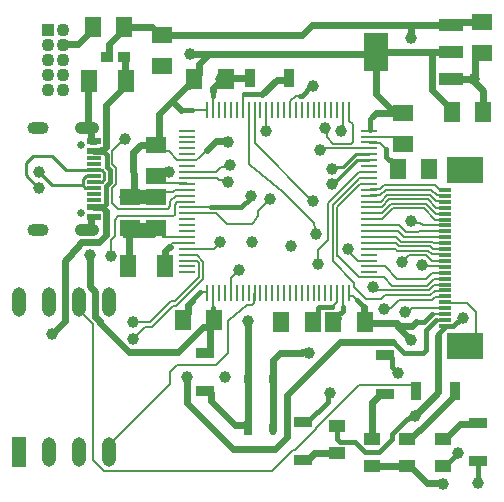
<source format=gtl>
G04*
G04 #@! TF.GenerationSoftware,Altium Limited,Altium Designer,22.5.1 (42)*
G04*
G04 Layer_Physical_Order=1*
G04 Layer_Color=255*
%FSLAX44Y44*%
%MOMM*%
G71*
G04*
G04 #@! TF.SameCoordinates,0A4DFAF1-6218-4570-9C88-57A128791E20*
G04*
G04*
G04 #@! TF.FilePolarity,Positive*
G04*
G01*
G75*
%ADD10C,0.2500*%
%ADD11C,0.2000*%
%ADD16C,0.2540*%
%ADD19O,0.6500X1.2500*%
%ADD20R,0.6500X1.2500*%
%ADD21R,1.6500X0.9000*%
%ADD22R,1.1500X0.6000*%
%ADD23R,1.1500X0.3000*%
%ADD24R,1.8200X1.4400*%
%ADD25R,0.9000X1.6500*%
%ADD26R,1.4000X1.0000*%
%ADD27R,1.1000X0.3000*%
%ADD28R,3.1000X2.3000*%
G04:AMPARAMS|DCode=29|XSize=3.25mm|YSize=2.05mm|CornerRadius=0.0513mm|HoleSize=0mm|Usage=FLASHONLY|Rotation=270.000|XOffset=0mm|YOffset=0mm|HoleType=Round|Shape=RoundedRectangle|*
%AMROUNDEDRECTD29*
21,1,3.2500,1.9475,0,0,270.0*
21,1,3.1475,2.0500,0,0,270.0*
1,1,0.1025,-0.9738,-1.5738*
1,1,0.1025,-0.9738,1.5738*
1,1,0.1025,0.9738,1.5738*
1,1,0.1025,0.9738,-1.5738*
%
%ADD29ROUNDEDRECTD29*%
G04:AMPARAMS|DCode=30|XSize=1mm|YSize=2.05mm|CornerRadius=0.05mm|HoleSize=0mm|Usage=FLASHONLY|Rotation=270.000|XOffset=0mm|YOffset=0mm|HoleType=Round|Shape=RoundedRectangle|*
%AMROUNDEDRECTD30*
21,1,1.0000,1.9500,0,0,270.0*
21,1,0.9000,2.0500,0,0,270.0*
1,1,0.1000,-0.9750,-0.4500*
1,1,0.1000,-0.9750,0.4500*
1,1,0.1000,0.9750,0.4500*
1,1,0.1000,0.9750,-0.4500*
%
%ADD30ROUNDEDRECTD30*%
%ADD31R,1.3500X1.9000*%
%ADD32R,1.4400X1.8200*%
%ADD33R,1.0000X0.9700*%
%ADD49C,0.6500*%
G04:AMPARAMS|DCode=50|XSize=1mm|YSize=2.1mm|CornerRadius=0.5mm|HoleSize=0mm|Usage=FLASHONLY|Rotation=270.000|XOffset=0mm|YOffset=0mm|HoleType=Round|Shape=RoundedRectangle|*
%AMROUNDEDRECTD50*
21,1,1.0000,1.1000,0,0,270.0*
21,1,0.0000,2.1000,0,0,270.0*
1,1,1.0000,-0.5500,0.0000*
1,1,1.0000,-0.5500,0.0000*
1,1,1.0000,0.5500,0.0000*
1,1,1.0000,0.5500,0.0000*
%
%ADD50ROUNDEDRECTD50*%
G04:AMPARAMS|DCode=51|XSize=1mm|YSize=1.8mm|CornerRadius=0.5mm|HoleSize=0mm|Usage=FLASHONLY|Rotation=270.000|XOffset=0mm|YOffset=0mm|HoleType=Round|Shape=RoundedRectangle|*
%AMROUNDEDRECTD51*
21,1,1.0000,0.8000,0,0,270.0*
21,1,0.0000,1.8000,0,0,270.0*
1,1,1.0000,-0.4000,0.0000*
1,1,1.0000,-0.4000,0.0000*
1,1,1.0000,0.4000,0.0000*
1,1,1.0000,0.4000,0.0000*
%
%ADD51ROUNDEDRECTD51*%
%ADD57R,1.4732X0.2794*%
%ADD58R,0.2794X1.4732*%
%ADD59C,0.2607*%
%ADD60C,0.6000*%
%ADD61C,0.4000*%
%ADD62R,1.2000X2.5000*%
%ADD63O,1.2000X2.5000*%
%ADD64R,1.1000X1.1000*%
%ADD65C,1.1000*%
%ADD66C,1.0000*%
G36*
X131706Y231230D02*
X129838Y230859D01*
X128006Y229634D01*
X126781Y227802D01*
X126351Y225640D01*
X126781Y223478D01*
X128006Y221646D01*
X128882Y220770D01*
X128356Y219500D01*
X101000D01*
Y232500D01*
X131581D01*
X131706Y231230D01*
D02*
G37*
G36*
X128022Y258486D02*
X126448Y256912D01*
X125665Y255741D01*
X125391Y254360D01*
X125665Y252979D01*
X126448Y251808D01*
X127619Y251025D01*
X129000Y250751D01*
X130381Y251025D01*
X131552Y251808D01*
X134695Y254951D01*
X137000D01*
Y247969D01*
X110260D01*
X110062Y248215D01*
X110321Y249916D01*
X110994Y250366D01*
X114249Y253620D01*
X114249Y253620D01*
X115473Y255453D01*
X115903Y257615D01*
X115903Y257615D01*
Y259659D01*
X127535D01*
X128022Y258486D01*
D02*
G37*
D10*
X366473Y150126D02*
X366508Y150091D01*
X373630D02*
X373721Y150000D01*
X366508Y150091D02*
X373630D01*
D11*
X312753Y186087D02*
G03*
X312715Y186087I114J-21461D01*
G01*
X190586Y150003D02*
G03*
X190586Y150002I1414J-1415D01*
G01*
X92000Y293292D02*
X101708Y303000D01*
X103000D01*
X92000Y281870D02*
Y293292D01*
X334620Y166620D02*
X362620D01*
X322000Y159000D02*
X323157Y160157D01*
X328157D01*
X334620Y166620D01*
X292000Y208000D02*
X299716Y200284D01*
X292000Y208000D02*
Y210000D01*
X282489Y204510D02*
X283075Y203925D01*
X300985Y186015D02*
X302642Y186015D01*
X283075Y203925D02*
X300985Y186015D01*
X278689Y246750D02*
X279013Y247486D01*
X282489Y204510D02*
Y244790D01*
X283213Y246504D01*
X278689Y199601D02*
Y246750D01*
X302642Y186015D02*
X312715Y186087D01*
X278689Y199601D02*
X296697Y181594D01*
X320000Y168000D02*
X322849Y170849D01*
X323170D01*
X296697Y178303D02*
X307000Y168000D01*
X320000D01*
X323170Y170849D02*
X324996Y170849D01*
X361475D01*
X321757Y186087D02*
X329044Y178800D01*
X358678D01*
X312753Y186087D02*
X321757D01*
X358678Y178800D02*
X364178Y184300D01*
X296697Y178303D02*
Y181594D01*
X312776Y177547D02*
X314375D01*
X316922Y175000D01*
X296000Y170000D02*
X299000Y167000D01*
X292500Y170397D02*
X292897Y170000D01*
X292500Y170397D02*
Y173068D01*
X292897Y170000D02*
X296000D01*
X169250Y184876D02*
Y199415D01*
X124006Y148000D02*
X142006Y166000D01*
X146274Y161900D02*
X169250Y184876D01*
X120200Y144200D02*
X125580D01*
X143280Y161900D02*
X146274D01*
X110000Y134000D02*
X120200Y144200D01*
X125580D02*
X143280Y161900D01*
X110000Y148000D02*
X124006D01*
X90734Y204024D02*
Y217708D01*
X90710Y204000D02*
X90734Y204024D01*
Y217708D02*
X94000Y220975D01*
Y234900D01*
X92000Y261888D02*
X95103Y264991D01*
X92000Y281870D02*
X95103Y278766D01*
Y264991D02*
Y278766D01*
X92000Y249100D02*
X96740Y244360D01*
X92000Y249100D02*
Y261888D01*
X132360Y275000D02*
X140378D01*
X129000Y271640D02*
X132360Y275000D01*
X129000Y271640D02*
X134959Y265681D01*
X154887D01*
X155284Y265284D01*
X129000Y298360D02*
X134443Y292917D01*
X139928D01*
X147164Y285681D01*
X154887D01*
X155284Y285284D01*
X96740Y244360D02*
X139260D01*
X141200Y246300D01*
Y250795D01*
X145689Y255284D01*
X155284D01*
X154887Y249887D02*
X155284Y250284D01*
X147164Y249887D02*
X154887D01*
X145000Y247723D02*
X147164Y249887D01*
X145000Y238812D02*
Y247723D01*
X143828Y237640D02*
X145000Y238812D01*
X96740Y237640D02*
X143828D01*
X94000Y234900D02*
X96740Y237640D01*
X294339Y299084D02*
X295511Y300256D01*
X273461Y304539D02*
X278916Y299084D01*
X295511Y300256D02*
Y315489D01*
X278916Y299084D02*
X294339D01*
X276804Y295284D02*
X309716D01*
X276658Y295430D02*
X276804Y295284D01*
X273461Y304539D02*
Y311616D01*
X272539Y312539D02*
X273461Y311616D01*
X292500Y327500D02*
X292503Y327497D01*
Y318497D02*
Y327497D01*
Y318497D02*
X295511Y315489D01*
X287500Y311500D02*
Y327500D01*
X286039Y310039D02*
X287500Y311500D01*
X273047Y295430D02*
X276658D01*
X268000Y294000D02*
X271940Y295326D01*
X272250Y295430D01*
X273047Y295430D01*
X207500Y282328D02*
Y327500D01*
X184173Y279469D02*
X190469D01*
X208672Y281157D02*
X236726Y258274D01*
X207500Y282328D02*
X208672Y281157D01*
X190469Y279469D02*
X192000Y281000D01*
X222188Y327188D02*
X222500Y327500D01*
X222188Y310122D02*
Y327188D01*
X221877Y309810D02*
X222188Y310122D01*
X300022Y268687D02*
X300022D01*
X298448Y272487D02*
X300848Y274887D01*
X301596Y264887D02*
X309319D01*
X279013Y247486D02*
X279413Y248078D01*
X300022Y268687D01*
X275613Y249652D02*
X298448Y272487D01*
X283213Y246504D02*
X301596Y264887D01*
X300022Y268687D02*
X301222Y269887D01*
X274890Y248324D02*
X275613Y249652D01*
X215683Y237932D02*
X215698Y237948D01*
Y242020D02*
X226000Y252322D01*
X215698Y237948D02*
Y242020D01*
X182304Y268531D02*
X188469D01*
X180551Y270284D02*
X182304Y268531D01*
X188469D02*
X190000Y267000D01*
X155284Y270284D02*
X180551D01*
X179988Y275284D02*
X184173Y279469D01*
X322716Y195284D02*
X333000Y185000D01*
X358000D02*
X363000Y190000D01*
X333000Y185000D02*
X358000D01*
X363000Y190000D02*
X373721D01*
X309716Y195284D02*
X322716D01*
X299716Y200284D02*
X309716D01*
X343000Y205000D02*
X358000D01*
X337000Y199000D02*
X343000Y205000D01*
X316922Y175000D02*
X360252D01*
X368049Y184300D02*
X368249Y184500D01*
X373221D01*
X364178Y184300D02*
X368049D01*
X373221Y184500D02*
X373721Y185000D01*
X361475Y170849D02*
X364926Y174300D01*
X368049Y179300D02*
X368249Y179500D01*
X373221D01*
X373721Y180000D01*
X360252Y175000D02*
X364552Y179300D01*
X368049D01*
X362620Y166620D02*
X365500Y169500D01*
X364926Y174300D02*
X368049D01*
X368249Y174500D01*
X373221D01*
X373721Y175000D01*
X365500Y169500D02*
X373221D01*
X340000Y157110D02*
X342895D01*
X345785Y160000D01*
X373221Y169500D02*
X373721Y170000D01*
X345785Y160000D02*
X373721D01*
X363000Y155050D02*
X363050Y155000D01*
X373721D01*
X354960Y195500D02*
X373221D01*
X354000Y196460D02*
X354960Y195500D01*
X373221D02*
X373721Y195000D01*
X363000Y200000D02*
X373721D01*
X358000Y205000D02*
X363000Y200000D01*
X309716Y210284D02*
X331968D01*
X361386Y212600D02*
X363987Y210000D01*
X359813Y208800D02*
X362912Y205700D01*
X336600Y216400D02*
X362961D01*
X332716Y220284D02*
X336600Y216400D01*
X335026Y212600D02*
X361386D01*
X333452Y208800D02*
X359813D01*
X332342Y215284D02*
X335026Y212600D01*
X331968Y210284D02*
X333452Y208800D01*
X362961Y216400D02*
X364361Y215000D01*
X350736Y224110D02*
X351626Y225000D01*
X345000Y234000D02*
X347047Y231953D01*
X351626Y225000D02*
X373721D01*
X334716Y230284D02*
X340890Y224110D01*
X350736D01*
X373411Y220310D02*
X373721Y220000D01*
X338690Y220310D02*
X373411D01*
X362912Y205700D02*
X368049D01*
X368249Y205500D02*
X373221D01*
X373721Y205000D01*
X368049Y205700D02*
X368249Y205500D01*
X309716Y215284D02*
X332342D01*
X309716Y225284D02*
X333716D01*
X309716Y220284D02*
X332716D01*
X333716Y225284D02*
X338690Y220310D01*
X347047Y231953D02*
X352943D01*
X309716Y230284D02*
X334716D01*
X352943Y231953D02*
X354895Y230000D01*
X363987Y210000D02*
X373721D01*
X364361Y215000D02*
X373721D01*
X365452Y235000D02*
X373721D01*
X355852Y244600D02*
X365452Y235000D01*
X330000Y244600D02*
X355852D01*
X309716Y235284D02*
X320684D01*
X330000Y244600D01*
X354895Y230000D02*
X373721D01*
X365826Y240000D02*
X373721D01*
X357426Y248400D02*
X365826Y240000D01*
X320284Y240284D02*
X328400Y248400D01*
X357426D01*
X309716Y240284D02*
X320284D01*
X366200Y245000D02*
X373721D01*
X359000Y252200D02*
X366200Y245000D01*
X326574Y252200D02*
X359000D01*
X320055Y245681D02*
X326574Y252200D01*
X309716Y245284D02*
X310113Y245681D01*
X320055D01*
X373221Y250500D02*
X373721Y250000D01*
X366326Y250500D02*
X373221D01*
X360826Y256000D02*
X366326Y250500D01*
X325000Y256000D02*
X360826D01*
X319284Y250284D02*
X325000Y256000D01*
X309716Y250284D02*
X319284D01*
X322000Y264000D02*
X365721D01*
X319055Y255681D02*
X323574Y260200D01*
X318681Y260681D02*
X322000Y264000D01*
X310113Y255681D02*
X319055D01*
X323574Y260200D02*
X362000D01*
X310113Y260681D02*
X318681D01*
X362000Y260200D02*
X366700Y255500D01*
X373221D02*
X373721Y255000D01*
X366700Y255500D02*
X373221D01*
X309716Y255284D02*
X310113Y255681D01*
X365721Y264000D02*
X369721Y260000D01*
X373721D01*
X309716Y260284D02*
X310113Y260681D01*
X266000Y209000D02*
X274890Y217889D01*
X266000Y197000D02*
Y209000D01*
X192500Y185500D02*
X199000Y192000D01*
X192500Y173068D02*
Y185500D01*
X274890Y217889D02*
Y248324D01*
X301222Y269887D02*
X309319D01*
X300848Y274887D02*
X309319D01*
X263029Y231971D02*
X264790Y222803D01*
X237312Y257688D02*
X263029Y231971D01*
X144918Y259887D02*
X154887D01*
X129000Y254360D02*
X133200Y258560D01*
X143591D01*
X144918Y259887D01*
X212500Y299500D02*
Y327500D01*
X143284Y215284D02*
X155284D01*
X142000Y214000D02*
X143284Y215284D01*
X316129Y304840D02*
X332046D01*
X338210Y298676D01*
X160000Y328000D02*
X172103D01*
X177500Y327500D02*
Y339500D01*
X155284Y275284D02*
X179988D01*
X155284Y245284D02*
X175716D01*
X155284Y210284D02*
X178133D01*
X183640Y215791D01*
Y216000D01*
X177500Y160500D02*
Y173068D01*
X282103Y164948D02*
Y172671D01*
X282500Y173068D01*
X242897Y327897D02*
Y335620D01*
X247277Y340000D01*
X251000D01*
X135047Y220284D02*
X155284D01*
X129000Y227640D02*
X135047Y221593D01*
Y220284D02*
Y221593D01*
X212103Y172671D02*
X212500Y173068D01*
X212103Y167949D02*
Y172671D01*
X287103Y160897D02*
Y172671D01*
X287500Y173068D01*
X166000Y174000D02*
X172103D01*
X319113Y299887D02*
X324000Y295000D01*
X309716Y305284D02*
X315685D01*
X316129Y304840D01*
X163778Y204887D02*
X169250Y199415D01*
X155681Y204887D02*
X163778D01*
X155284Y205284D02*
X155681Y204887D01*
X154887Y259887D02*
X155284Y260284D01*
X309319Y269887D02*
X309716Y270284D01*
X142006Y166000D02*
X145000D01*
X165450Y186450D01*
Y197841D01*
X163404Y199887D02*
X165450Y197841D01*
X155681Y199887D02*
X163404D01*
X155284Y200284D02*
X155681Y199887D01*
X172103Y328000D02*
X172500Y327603D01*
Y327500D02*
Y327603D01*
X309319Y274887D02*
X309716Y275284D01*
X309319Y264887D02*
X309716Y265284D01*
X242500Y327500D02*
X242897Y327897D01*
X202500Y327500D02*
Y339500D01*
X204000Y341000D01*
X172103Y174000D02*
X172500Y173603D01*
Y173068D02*
Y173603D01*
X309716Y300284D02*
X310113Y299887D01*
X319113D01*
X309716Y310284D02*
X310000Y310568D01*
X165186Y287463D02*
X172000Y293606D01*
X163810Y286087D02*
X165186Y287463D01*
X163659Y286087D02*
X163810D01*
X162769Y285284D02*
X163659Y286087D01*
X155284Y285284D02*
X162769D01*
X210824Y231778D02*
X215683Y237932D01*
X210181Y231135D02*
X210824Y231778D01*
X210146Y231110D02*
X210181Y231135D01*
X188890Y231110D02*
X210146D01*
X188305Y231695D02*
X188890Y231110D01*
X179716Y240284D02*
X188305Y231695D01*
X155284Y240284D02*
X179716D01*
X211697Y167500D02*
X212103Y167949D01*
X211697Y164542D02*
Y167500D01*
X210057Y162902D02*
X211697Y164542D01*
X206108Y162902D02*
X210057D01*
X190651Y150068D02*
X206108Y162902D01*
X190586Y150003D02*
X190651Y150068D01*
X190000Y149417D02*
X190586Y150002D01*
X190000Y122000D02*
Y149417D01*
X180000Y112000D02*
X190000Y122000D01*
X147000Y112000D02*
X180000D01*
X141000Y106000D02*
X147000Y112000D01*
X141000Y96100D02*
Y106000D01*
X89400Y44500D02*
X141000Y96100D01*
X89400Y38000D02*
Y44500D01*
X278155Y161000D02*
X282103Y164948D01*
X177000Y340000D02*
X177500Y339500D01*
X212500Y299500D02*
X261000Y251000D01*
X262000D01*
X236726Y258274D02*
X237312Y257688D01*
X76346Y271879D02*
X76846Y271379D01*
X391021Y277000D02*
X400890D01*
X390721Y276700D02*
X391021Y277000D01*
X374221Y164500D02*
X392500D01*
X338000Y298640D02*
X338175D01*
X338210Y298676D01*
X76346Y301379D02*
X78346Y299379D01*
X74386Y237379D02*
X76386Y239379D01*
X74386Y301379D02*
X75007Y302000D01*
X349596Y90254D02*
Y91500D01*
X246412Y39852D02*
X264304Y57744D01*
X227400Y21960D02*
X245292Y39852D01*
X246412D01*
X264304Y58694D02*
X300610Y95000D01*
X75681Y31727D02*
Y146819D01*
X64000Y158500D02*
X75681Y146819D01*
Y31727D02*
X85448Y21960D01*
X264304Y57744D02*
Y58694D01*
X64000Y158500D02*
Y165000D01*
X85448Y21960D02*
X227400D01*
X300610Y95000D02*
X346096D01*
X349596Y91500D01*
X373721Y165000D02*
X374221Y164500D01*
X392500D02*
X400000Y157000D01*
Y138800D02*
Y157000D01*
X389200Y128000D02*
X400000Y138800D01*
X389000Y128000D02*
X389200D01*
X360360Y278000D02*
X361000D01*
X261720Y149900D02*
X266000Y154180D01*
X261720Y148000D02*
Y149900D01*
D16*
X287287Y279384D02*
X298187Y290284D01*
X309716D01*
X279965Y279384D02*
X287287D01*
X278859Y278278D02*
X279965Y279384D01*
X278344Y277535D02*
X278859Y278278D01*
X278000Y265000D02*
X279040D01*
X299197Y285157D01*
X309589D01*
X309716Y285284D01*
D19*
X228340Y58172D02*
D03*
X206840Y99672D02*
D03*
X228340D02*
D03*
D20*
X206840Y58172D02*
D03*
D21*
X253254Y63404D02*
D03*
Y31104D02*
D03*
X170746Y121896D02*
D03*
Y89596D02*
D03*
X402000Y30700D02*
D03*
Y63000D02*
D03*
X323000Y120000D02*
D03*
Y87700D02*
D03*
D22*
X76346Y237379D02*
D03*
Y301379D02*
D03*
Y245379D02*
D03*
Y293379D02*
D03*
D23*
Y251879D02*
D03*
Y256879D02*
D03*
Y261879D02*
D03*
Y266879D02*
D03*
Y271879D02*
D03*
Y276879D02*
D03*
Y281879D02*
D03*
Y286879D02*
D03*
D24*
X107000Y227640D02*
D03*
Y254360D02*
D03*
X338000Y298640D02*
D03*
Y325360D02*
D03*
X134000Y391360D02*
D03*
Y364640D02*
D03*
X129000Y271640D02*
D03*
Y298360D02*
D03*
X405000Y402360D02*
D03*
Y375640D02*
D03*
X129000Y254360D02*
D03*
Y227640D02*
D03*
D25*
X381896Y90254D02*
D03*
X349596D02*
D03*
X209104Y354746D02*
D03*
X241404D02*
D03*
D26*
X342000Y49430D02*
D03*
Y26570D02*
D03*
X282000Y37570D02*
D03*
Y60430D02*
D03*
X372000Y49430D02*
D03*
Y26570D02*
D03*
X312000Y49430D02*
D03*
Y26570D02*
D03*
D27*
X373721Y260000D02*
D03*
Y255000D02*
D03*
Y250000D02*
D03*
Y245000D02*
D03*
Y240000D02*
D03*
Y235000D02*
D03*
Y230000D02*
D03*
Y225000D02*
D03*
Y220000D02*
D03*
Y215000D02*
D03*
Y210000D02*
D03*
Y205000D02*
D03*
Y200000D02*
D03*
Y195000D02*
D03*
Y190000D02*
D03*
Y185000D02*
D03*
Y180000D02*
D03*
Y175000D02*
D03*
Y170000D02*
D03*
Y165000D02*
D03*
Y160000D02*
D03*
Y155000D02*
D03*
Y150000D02*
D03*
Y145000D02*
D03*
D28*
X390721Y128300D02*
D03*
Y276700D02*
D03*
D29*
X315250Y377000D02*
D03*
D30*
X378750Y400000D02*
D03*
Y377000D02*
D03*
Y354000D02*
D03*
D31*
X137000Y196000D02*
D03*
X105000D02*
D03*
X104000Y352000D02*
D03*
X72000D02*
D03*
D32*
X360360Y278000D02*
D03*
X333640D02*
D03*
X102360Y398000D02*
D03*
X75640D02*
D03*
X188360Y354000D02*
D03*
X161640D02*
D03*
X379640Y326000D02*
D03*
X406360D02*
D03*
X261720Y148000D02*
D03*
X235000D02*
D03*
X306011Y148011D02*
D03*
X279291D02*
D03*
X178360Y150000D02*
D03*
X151640D02*
D03*
D33*
X87650Y373000D02*
D03*
X102350D02*
D03*
D49*
X65596Y240479D02*
D03*
Y298279D02*
D03*
D50*
X70596Y226179D02*
D03*
Y312579D02*
D03*
D51*
X28796Y226179D02*
D03*
Y312579D02*
D03*
D57*
X155284Y310284D02*
D03*
Y305284D02*
D03*
Y300284D02*
D03*
Y295284D02*
D03*
Y290284D02*
D03*
Y285284D02*
D03*
Y280284D02*
D03*
Y275284D02*
D03*
Y270284D02*
D03*
Y265284D02*
D03*
Y260284D02*
D03*
Y255284D02*
D03*
Y250284D02*
D03*
Y245284D02*
D03*
Y240284D02*
D03*
Y235284D02*
D03*
Y230284D02*
D03*
Y225284D02*
D03*
Y220284D02*
D03*
Y215284D02*
D03*
Y210284D02*
D03*
Y205284D02*
D03*
Y200284D02*
D03*
Y195284D02*
D03*
Y190284D02*
D03*
X309716D02*
D03*
Y195284D02*
D03*
Y200284D02*
D03*
Y205284D02*
D03*
Y210284D02*
D03*
Y215284D02*
D03*
Y220284D02*
D03*
Y225284D02*
D03*
Y230284D02*
D03*
Y235284D02*
D03*
Y240284D02*
D03*
Y245284D02*
D03*
Y250284D02*
D03*
Y255284D02*
D03*
Y260284D02*
D03*
Y265284D02*
D03*
Y270284D02*
D03*
Y275284D02*
D03*
Y280284D02*
D03*
Y285284D02*
D03*
Y290284D02*
D03*
Y295284D02*
D03*
Y300284D02*
D03*
Y305284D02*
D03*
Y310284D02*
D03*
D58*
X172500Y173068D02*
D03*
X177500D02*
D03*
X182500D02*
D03*
X187500D02*
D03*
X192500D02*
D03*
X197500D02*
D03*
X202500D02*
D03*
X207500D02*
D03*
X212500D02*
D03*
X217500D02*
D03*
X222500D02*
D03*
X227500D02*
D03*
X232500D02*
D03*
X237500D02*
D03*
X242500D02*
D03*
X247500D02*
D03*
X252500D02*
D03*
X257500D02*
D03*
X262500D02*
D03*
X267500D02*
D03*
X272500D02*
D03*
X277500D02*
D03*
X282500D02*
D03*
X287500D02*
D03*
X292500D02*
D03*
Y327500D02*
D03*
X287500D02*
D03*
X282500D02*
D03*
X277500D02*
D03*
X272500D02*
D03*
X267500D02*
D03*
X262500D02*
D03*
X257500D02*
D03*
X252500D02*
D03*
X247500D02*
D03*
X242500D02*
D03*
X237500D02*
D03*
X232500D02*
D03*
X227500D02*
D03*
X222500D02*
D03*
X217500D02*
D03*
X212500D02*
D03*
X207500D02*
D03*
X202500D02*
D03*
X197500D02*
D03*
X192500D02*
D03*
X187500D02*
D03*
X182500D02*
D03*
X177500D02*
D03*
X172500D02*
D03*
D59*
X41073Y263995D02*
X67394D01*
X29371Y262000D02*
X29900D01*
X19000Y272371D02*
X29371Y262000D01*
X29900Y275168D02*
X41073Y263995D01*
X53121Y276879D02*
X76346D01*
X41000Y289000D02*
X53121Y276879D01*
X25000Y289000D02*
X41000D01*
X19000Y283000D02*
X25000Y289000D01*
X19000Y272371D02*
Y283000D01*
X83181Y276682D02*
X85199Y274664D01*
X76542Y267075D02*
X83181D01*
X85199Y269093D01*
X76603Y276682D02*
X83181D01*
X76346Y276939D02*
X76603Y276682D01*
X85199Y269093D02*
Y274664D01*
X76346Y266879D02*
X76542Y267075D01*
X76150Y271682D02*
X76346Y271879D01*
X69510Y271682D02*
X76150D01*
X69314Y262075D02*
X76150D01*
X76346Y261879D01*
X67492Y269664D02*
X69510Y271682D01*
X67492Y264093D02*
Y269664D01*
X67394Y263995D02*
X69314Y262075D01*
D60*
X86896Y296390D02*
Y332146D01*
X84084Y293579D02*
X86896Y296390D01*
X158000Y375000D02*
X174000D01*
X134000Y364640D02*
X134011D01*
X134191Y364460D01*
X81481Y147613D02*
Y149221D01*
X77860Y152842D02*
Y173960D01*
X106094Y123000D02*
X147728D01*
X81481Y147613D02*
X106094Y123000D01*
X77860Y152842D02*
X81481Y149221D01*
X147728Y123000D02*
X164652Y139924D01*
X73000Y178820D02*
Y205000D01*
Y178820D02*
X77860Y173960D01*
X106244Y254725D02*
X110079Y258560D01*
Y273560D01*
X102977Y254000D02*
X103000D01*
X103725Y254725D01*
X106244D01*
X110079Y273560D02*
X110255Y273736D01*
X110000Y276000D02*
Y292000D01*
X110255Y261644D02*
Y273736D01*
Y257615D02*
Y261644D01*
X305000Y149022D02*
X306011Y148011D01*
X110000Y292000D02*
X116360Y298360D01*
X106580Y227220D02*
X107000Y227640D01*
X106580Y197580D02*
Y227220D01*
X82379Y293379D02*
X82579Y293579D01*
X84084D01*
X116360Y298360D02*
X129000D01*
X76346Y293379D02*
X82379D01*
X83884D01*
X188928Y301876D02*
X190000Y300804D01*
X180271Y301876D02*
X188928D01*
X80462Y215639D02*
X86896Y222073D01*
X85139Y244124D02*
Y244124D01*
X86896Y222073D02*
Y242367D01*
X83884Y245379D02*
X85139Y244124D01*
Y244124D02*
X86896Y242367D01*
X52460Y149460D02*
Y200097D01*
X65662Y215639D02*
X80462D01*
X63706Y213682D02*
X65662Y215639D01*
X52460Y200097D02*
X63706Y213682D01*
X252980Y122718D02*
X258392D01*
X259000Y122110D01*
X285267Y131562D02*
X329562D01*
X240000Y86295D02*
X285267Y131562D01*
X240000Y51000D02*
Y86295D01*
X252449Y122187D02*
X252980Y122718D01*
X234187Y122187D02*
X252449D01*
X228340Y58172D02*
Y116340D01*
X174553Y144293D02*
X178360Y148100D01*
X174160Y143900D02*
X174553Y144293D01*
X306011Y148011D02*
X306912Y147110D01*
X305956Y148066D02*
X306011Y148011D01*
Y148011D02*
Y148011D01*
X206920Y148920D02*
X207000Y149000D01*
X206920Y99752D02*
Y148920D01*
X306912Y147110D02*
X333185D01*
X333927Y144073D02*
X345000Y133000D01*
X346220Y145220D02*
X349110Y148110D01*
X333185Y147110D02*
X335075Y145220D01*
X346220D01*
X219000Y341000D02*
X231419Y353419D01*
X406360Y326000D02*
Y344100D01*
X315250Y341210D02*
Y377000D01*
X174000Y375000D02*
X313250D01*
X315250Y377000D02*
X363000D01*
Y344540D02*
X379640Y327900D01*
X378750Y354000D02*
X398000D01*
X398900Y354900D01*
X398000Y352460D02*
Y354000D01*
X363000Y344540D02*
Y377000D01*
X345000Y389000D02*
Y400000D01*
X398000Y352460D02*
X406360Y344100D01*
X313250Y375000D02*
X315250Y377000D01*
X240077Y353419D02*
X241404Y354746D01*
X231419Y353419D02*
X240077D01*
X315360Y325360D02*
X331100D01*
X313000Y323000D02*
X315360Y325360D01*
X70596Y312579D02*
X71298Y313281D01*
X72538Y312579D02*
X74386Y310731D01*
X70596Y312579D02*
X72538D01*
X74386Y228026D02*
Y237379D01*
X70596Y226179D02*
X72538D01*
X74386Y228026D01*
Y301379D02*
X76346D01*
Y245379D02*
X83884D01*
X74386Y301379D02*
Y310731D01*
X71298Y351298D02*
X72000Y352000D01*
X71298Y313281D02*
Y351298D01*
X174553Y123396D02*
Y144293D01*
X155840Y162638D02*
X159201Y165999D01*
X155840Y156100D02*
Y162638D01*
X151640Y151900D02*
X155840Y156100D01*
X151640Y150000D02*
Y151900D01*
X164652Y139924D02*
Y140076D01*
X168476Y143900D01*
X174160D01*
X173053Y121896D02*
X174553Y123396D01*
X170746Y121896D02*
X173053D01*
X206840Y61172D02*
Y99672D01*
X206920Y99752D01*
X132000Y301360D02*
Y324360D01*
X50200Y382700D02*
X51157Y383657D01*
X63197D01*
X75640Y396100D01*
Y398000D01*
X165834Y366834D02*
X174000Y375000D01*
X89650Y374850D02*
Y383390D01*
X87800Y373000D02*
X89650Y374850D01*
Y383390D02*
X102360Y396100D01*
Y398000D01*
X165834Y358194D02*
Y366834D01*
X161640Y354000D02*
X165834Y358194D01*
X105000Y196000D02*
X106580Y197580D01*
X107000Y254360D02*
X110255Y257615D01*
X342000Y26570D02*
X344000D01*
X312000D02*
X342000D01*
X129000Y298360D02*
X132000Y301360D01*
Y324360D02*
X142820Y335180D01*
X86896Y332146D02*
X103175Y348425D01*
X41000Y138000D02*
X52460Y149460D01*
X184360Y354000D02*
X188360D01*
X189106Y354746D02*
X209104D01*
X188360Y354000D02*
X189106Y354746D01*
X180515Y350000D02*
X184160D01*
X184360Y350200D01*
Y354000D01*
X177000Y346485D02*
X180515Y350000D01*
X177000Y344000D02*
Y346485D01*
X172000Y293606D02*
X180271Y301876D01*
X400500Y61500D02*
X402000Y63000D01*
X386070Y61500D02*
X400500D01*
X374000Y49430D02*
X386070Y61500D01*
X372000Y49430D02*
X374000D01*
X253254Y31104D02*
X254754Y32604D01*
X258504D01*
X263237Y37337D01*
X281767D01*
X282000Y37570D01*
X370718Y12282D02*
X372000Y11000D01*
X344000Y26570D02*
X358288Y12282D01*
X370718D01*
X342000Y49430D02*
X344000D01*
X380396Y88754D02*
X381896Y90254D01*
X380396Y84581D02*
Y88754D01*
X352925Y57110D02*
X380396Y84581D01*
X351680Y57110D02*
X352925D01*
X344000Y49430D02*
X351680Y57110D01*
X348000Y69000D02*
X368000Y89000D01*
Y136000D01*
X312000Y80450D02*
X319250Y87700D01*
X323000D01*
X312000Y49430D02*
Y80450D01*
X230000Y41000D02*
X240000Y51000D01*
X228340Y116340D02*
X234187Y122187D01*
X175814Y81186D02*
X195578Y61422D01*
X206590D01*
X174314Y89596D02*
X175814Y88096D01*
X170746Y89596D02*
X174314D01*
X175814Y81186D02*
Y88096D01*
X206840Y58172D02*
Y61172D01*
X206590Y61422D02*
X206840Y61172D01*
X155461Y101531D02*
X155500Y101491D01*
Y79500D02*
Y101491D01*
Y79500D02*
X194000Y41000D01*
X379640Y326000D02*
Y327900D01*
X363000Y377000D02*
X378750D01*
X345000Y400000D02*
X377750D01*
X386360Y402360D02*
X405000D01*
X377750Y400000D02*
X378250Y400500D01*
X384500D02*
X386360Y402360D01*
X378250Y400500D02*
X384500D01*
X315250Y341210D02*
X331100Y325360D01*
X261095Y400000D02*
X345000D01*
X398900Y354900D02*
Y371440D01*
X403100Y375640D02*
X405000D01*
X398900Y371440D02*
X403100Y375640D01*
X194000Y41000D02*
X230000D01*
X136560Y196440D02*
Y208485D01*
Y196440D02*
X137000Y196000D01*
X140075Y212000D02*
X141000D01*
X136560Y208485D02*
X140075Y212000D01*
X103175Y348425D02*
Y372175D01*
X252455Y391360D02*
X261095Y400000D01*
X134000Y391360D02*
X252455D01*
X102350Y373000D02*
X103175Y372175D01*
X87650Y373000D02*
X87800D01*
X132100Y391360D02*
X134000D01*
X102360Y398000D02*
X125460D01*
X132100Y391360D01*
X331100Y325360D02*
X338000D01*
X279651Y148011D02*
X283491Y151851D01*
X142820Y335180D02*
X150000Y328000D01*
X142820Y335180D02*
X155540Y347900D01*
X157440D02*
X161640Y352100D01*
Y354000D01*
X155540Y347900D02*
X157440D01*
X305000Y149022D02*
Y161000D01*
D61*
X299000Y167000D02*
X305000Y161000D01*
X87094Y263770D02*
X90303Y266979D01*
X83884Y245379D02*
X87094Y248588D01*
X87200Y279881D02*
X90303Y276778D01*
Y266979D02*
Y276778D01*
X83884Y293379D02*
X87200Y290063D01*
Y279881D02*
Y290063D01*
X87094Y248588D02*
Y263770D01*
X209255Y253255D02*
Y254534D01*
X201284Y245284D02*
X209255Y253255D01*
X356060Y148110D02*
X363000Y155050D01*
X357736Y141390D02*
X366473Y150126D01*
X349110Y148110D02*
X356060D01*
X310000Y311000D02*
Y320000D01*
X313000Y323000D01*
X260534Y348000D02*
X262000D01*
X204000Y341000D02*
X219000D01*
X252535Y340000D02*
X260534Y348000D01*
X251000Y340000D02*
X252535D01*
X324000Y287832D02*
X326732Y285100D01*
X324000Y287832D02*
Y295000D01*
X326732Y285100D02*
X328440D01*
X333640Y279900D01*
X159201Y167201D02*
X166000Y174000D01*
X159201Y165999D02*
Y167201D01*
X175000Y154000D02*
X178360Y150640D01*
X175716Y245284D02*
X201284D01*
X334000Y104890D02*
Y105354D01*
X267172Y161000D02*
X278155D01*
X266000Y159828D02*
X267172Y161000D01*
X266000Y154180D02*
Y159828D01*
X402000Y12000D02*
Y30700D01*
X384860Y37430D02*
Y37718D01*
X374000Y26570D02*
X384860Y37430D01*
X339124Y122000D02*
X355393D01*
X329562Y131562D02*
X339124Y122000D01*
X355393D02*
X357736Y124343D01*
Y141390D01*
X342815Y66169D02*
X345646Y69000D01*
X348000D01*
X368000Y138000D02*
X374700Y144700D01*
X380795D01*
X368000Y136000D02*
Y138000D01*
X317944Y38000D02*
X329000Y49056D01*
Y53804D01*
X341365Y66169D01*
X342815D01*
X297686Y46370D02*
X306056Y38000D01*
X317944D01*
X285060Y46370D02*
X297686D01*
X282000Y49430D02*
X285060Y46370D01*
X282000Y49430D02*
Y60430D01*
X372000Y26570D02*
X374000D01*
X329250Y110104D02*
Y117500D01*
Y110104D02*
X334000Y105354D01*
X323000Y120000D02*
X326750D01*
X329250Y117500D01*
X274335Y80735D02*
Y86335D01*
X276000Y88000D01*
X253254Y63404D02*
X257004D01*
X274335Y80735D01*
X389000Y128000D02*
X389300Y128300D01*
X390721D01*
X388095Y152000D02*
X389000D01*
X380795Y144700D02*
X388095Y152000D01*
X177000Y340000D02*
Y344000D01*
X333640Y278000D02*
Y279900D01*
X287103Y157723D02*
Y160897D01*
X283491Y154111D02*
X287103Y157723D01*
X283491Y151851D02*
Y154111D01*
X150000Y328000D02*
X160000D01*
X175000Y154000D02*
X177500Y156500D01*
Y160500D01*
D62*
X13200Y38000D02*
D03*
D63*
X38600D02*
D03*
X64000D02*
D03*
X89400D02*
D03*
X13200Y165000D02*
D03*
X38600D02*
D03*
X64000D02*
D03*
X89400D02*
D03*
D64*
X37500Y395400D02*
D03*
D65*
X50200D02*
D03*
X37500Y382700D02*
D03*
X50200D02*
D03*
X37500Y370000D02*
D03*
X50200D02*
D03*
X37500Y357300D02*
D03*
X50200D02*
D03*
X37500Y344600D02*
D03*
X50200D02*
D03*
D66*
X243000Y212640D02*
D03*
X29900Y275168D02*
D03*
Y262000D02*
D03*
X103000Y303000D02*
D03*
X158000Y375000D02*
D03*
X134191Y364460D02*
D03*
X292000Y210000D02*
D03*
X322000Y159000D02*
D03*
X312776Y177547D02*
D03*
X110000Y148000D02*
D03*
Y134000D02*
D03*
X73000Y205000D02*
D03*
X90710Y204000D02*
D03*
X102977Y254000D02*
D03*
X140378Y275000D02*
D03*
X107000Y227640D02*
D03*
X272539Y312539D02*
D03*
X278344Y277535D02*
D03*
X268000Y294000D02*
D03*
X286039Y310039D02*
D03*
X278000Y265000D02*
D03*
X192000Y281000D02*
D03*
X190000Y300804D02*
D03*
X221877Y309810D02*
D03*
X178293Y148844D02*
D03*
X345000Y234000D02*
D03*
X389000Y128000D02*
D03*
X279651Y148011D02*
D03*
X41000Y138000D02*
D03*
X184360Y354000D02*
D03*
X187441Y101390D02*
D03*
X361000Y278000D02*
D03*
X155461Y101531D02*
D03*
X276000Y88000D02*
D03*
X348000Y69000D02*
D03*
X345000Y133000D02*
D03*
X372000Y11000D02*
D03*
X384860Y37718D02*
D03*
X402000Y12000D02*
D03*
X151640Y150000D02*
D03*
X235000Y148000D02*
D03*
X207000Y149000D02*
D03*
X334000Y104890D02*
D03*
X210360Y216000D02*
D03*
X183640D02*
D03*
X338210Y298676D02*
D03*
X345000Y389000D02*
D03*
X398000Y354000D02*
D03*
X262000Y251000D02*
D03*
X400890Y277000D02*
D03*
X389000Y152000D02*
D03*
X262000Y348000D02*
D03*
X264790Y222803D02*
D03*
X199000Y192000D02*
D03*
X266000Y197000D02*
D03*
X226000Y252322D02*
D03*
X190000Y267000D02*
D03*
X259000Y122110D02*
D03*
X209255Y254534D02*
D03*
X305956Y148066D02*
D03*
X354000Y196460D02*
D03*
X340000Y157110D02*
D03*
X337000Y199000D02*
D03*
M02*

</source>
